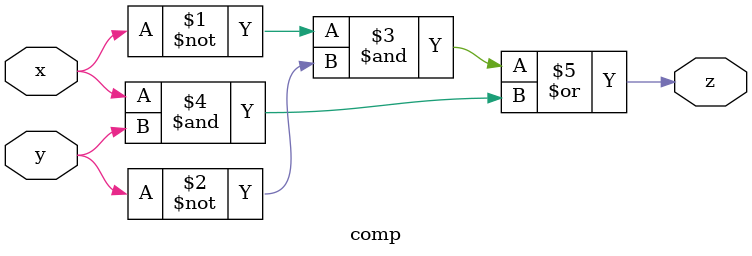
<source format=v>
module comp (
   input x,
   input y,
   output z
);

assign z = (~x & ~y) | (x & y);

endmodule
</source>
